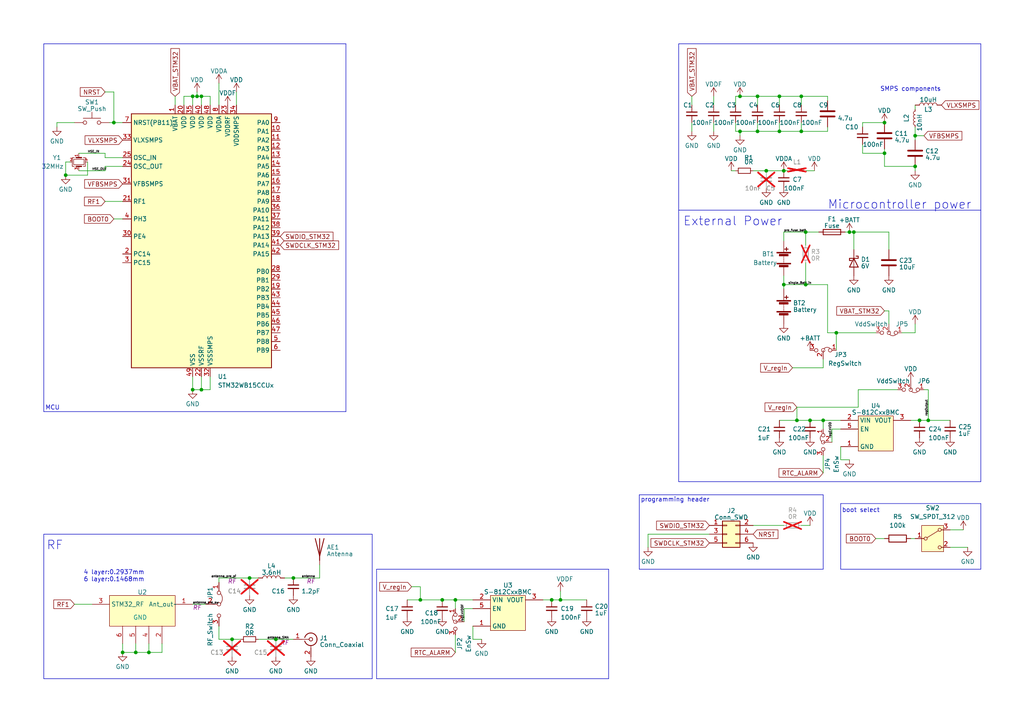
<source format=kicad_sch>
(kicad_sch (version 20231120) (generator "eeschema") (generator_version "8.0")
  (paper "A4")
  (lib_symbols
    (symbol "Connector:Conn_Coaxial" (pin_names (offset 1.016) hide)
      (property "Reference" "J" (at 0.254 3.048 0))
      (property "Value" "Conn_Coaxial" (at 2.921 0 90))
      (symbol "Conn_Coaxial_1_1"
        (pin passive line (at -5.08 0 0) (length 2.54) (name "In") (number "1"))
        (pin passive line (at 0 -5.08 90) (length 2.54) (name "Ext") (number "2"))
      )
    )
    (symbol "Connector_Generic:Conn_02x03_Odd_Even" (pin_names (offset 1.016) hide)
      (property "Reference" "J" (at 1.27 5.08 0))
      (property "Value" "Conn_02x03_Odd_Even" (at 1.27 -5.08 0))
      (symbol "Conn_02x03_Odd_Even_1_1"
        (pin passive line (at -5.08 2.54 0) (length 3.81) (name "Pin_1") (number "1"))
        (pin passive line (at 7.62 2.54 180) (length 3.81) (name "Pin_2") (number "2"))
        (pin passive line (at -5.08 0 0) (length 3.81) (name "Pin_3") (number "3"))
        (pin passive line (at 7.62 0 180) (length 3.81) (name "Pin_4") (number "4"))
        (pin passive line (at -5.08 -2.54 0) (length 3.81) (name "Pin_5") (number "5"))
        (pin passive line (at 7.62 -2.54 180) (length 3.81) (name "Pin_6") (number "6"))
      )
    )
    (symbol "Device:Antenna" (pin_numbers hide) (pin_names (offset 1.016) hide)
      (property "Reference" "AE" (at -1.905 1.905 0))
      (property "Value" "Antenna" (at -1.905 0 0))
      (symbol "Antenna_1_1"
        (pin input line (at 0 -5.08 90) (length 2.54) (name "A") (number "1"))
      )
    )
    (symbol "Device:Battery" (pin_numbers hide) (pin_names (offset 0) hide)
      (property "Reference" "BT" (at 2.54 2.54 0))
      (property "Value" "Battery" (at 2.54 0 0))
      (symbol "Battery_1_1"
        (pin passive line (at 0 5.08 270) (length 2.54) (name "+") (number "1"))
        (pin passive line (at 0 -5.08 90) (length 2.54) (name "-") (number "2"))
      )
    )
    (symbol "Device:C" (pin_numbers hide) (pin_names (offset 0.254))
      (property "Reference" "C" (at 0.635 2.54 0))
      (property "Value" "C" (at 0.635 -2.54 0))
      (symbol "C_1_1"
        (pin passive line (at 0 3.81 270) (length 2.794) (name "~") (number "1"))
        (pin passive line (at 0 -3.81 90) (length 2.794) (name "~") (number "2"))
      )
    )
    (symbol "Device:C_Small" (pin_numbers hide) (pin_names (offset 0.254) hide)
      (property "Reference" "C" (at 0.254 1.778 0))
      (property "Value" "C_Small" (at 0.254 -2.032 0))
      (symbol "C_Small_1_1"
        (pin passive line (at 0 2.54 270) (length 2.032) (name "~") (number "1"))
        (pin passive line (at 0 -2.54 90) (length 2.032) (name "~") (number "2"))
      )
    )
    (symbol "Device:Crystal_GND24_Small" (pin_names (offset 1.016) hide)
      (property "Reference" "Y" (at 1.27 4.445 0))
      (property "Value" "Crystal_GND24_Small" (at 1.27 2.54 0))
      (symbol "Crystal_GND24_Small_1_1"
        (pin passive line (at -2.54 0 0) (length 1.27) (name "1") (number "1"))
        (pin passive line (at 0 -2.54 90) (length 0.635) (name "2") (number "2"))
        (pin passive line (at 2.54 0 180) (length 1.27) (name "3") (number "3"))
        (pin passive line (at 0 2.54 270) (length 0.635) (name "4") (number "4"))
      )
    )
    (symbol "Device:D_Schottky" (pin_numbers hide) (pin_names (offset 1.016) hide)
      (property "Reference" "D" (at 0 2.54 0))
      (property "Value" "D_Schottky" (at 0 -2.54 0))
      (symbol "D_Schottky_1_1"
        (pin passive line (at -3.81 0 0) (length 2.54) (name "K") (number "1"))
        (pin passive line (at 3.81 0 180) (length 2.54) (name "A") (number "2"))
      )
    )
    (symbol "Device:Fuse" (pin_numbers hide) (pin_names (offset 0))
      (property "Reference" "F" (at 2.032 0 90))
      (property "Value" "Fuse" (at -1.905 0 90))
      (symbol "Fuse_1_1"
        (pin passive line (at 0 3.81 270) (length 1.27) (name "~") (number "1"))
        (pin passive line (at 0 -3.81 90) (length 1.27) (name "~") (number "2"))
      )
    )
    (symbol "Device:L" (pin_numbers hide) (pin_names (offset 1.016) hide)
      (property "Reference" "L" (at -1.27 0 90))
      (property "Value" "L" (at 1.905 0 90))
      (symbol "L_1_1"
        (pin passive line (at 0 3.81 270) (length 1.27) (name "1") (number "1"))
        (pin passive line (at 0 -3.81 90) (length 1.27) (name "2") (number "2"))
      )
    )
    (symbol "Device:L_Small" (pin_numbers hide) (pin_names (offset 0.254) hide)
      (property "Reference" "L" (at 0.762 1.016 0))
      (property "Value" "L_Small" (at 0.762 -1.016 0))
      (symbol "L_Small_1_1"
        (pin passive line (at 0 2.54 270) (length 0.508) (name "~") (number "1"))
        (pin passive line (at 0 -2.54 90) (length 0.508) (name "~") (number "2"))
      )
    )
    (symbol "Device:R" (pin_numbers hide) (pin_names (offset 0))
      (property "Reference" "R" (at 2.032 0 90))
      (property "Value" "R" (at 0 0 90))
      (symbol "R_1_1"
        (pin passive line (at 0 3.81 270) (length 1.27) (name "~") (number "1"))
        (pin passive line (at 0 -3.81 90) (length 1.27) (name "~") (number "2"))
      )
    )
    (symbol "Device:R_Small" (pin_numbers hide) (pin_names (offset 0.254) hide)
      (property "Reference" "R" (at 0.762 0.508 0))
      (property "Value" "R_Small" (at 0.762 -1.016 0))
      (symbol "R_Small_1_1"
        (pin passive line (at 0 2.54 270) (length 0.762) (name "~") (number "1"))
        (pin passive line (at 0 -2.54 90) (length 0.762) (name "~") (number "2"))
      )
    )
    (symbol "Jumper:Jumper_3_Bridged12" (pin_names (offset 0) hide)
      (property "Reference" "JP" (at -2.54 -2.54 0))
      (property "Value" "Jumper_3_Bridged12" (at 0 2.794 0))
      (symbol "Jumper_3_Bridged12_1_1"
        (pin passive line (at -6.35 0 0) (length 2.54) (name "A") (number "1"))
        (pin passive line (at 0 -3.81 90) (length 2.54) (name "C") (number "2"))
        (pin passive line (at 6.35 0 180) (length 2.54) (name "B") (number "3"))
      )
    )
    (symbol "MCU_ST_STM32WB:STM32WB15CCUx"
      (property "Reference" "U" (at -20.32 39.37 0))
      (property "Value" "STM32WB15CCUx" (at 12.7 39.37 0))
      (symbol "STM32WB15CCUx_1_1"
        (pin power_in line (at -7.62 40.64 270) (length 2.54) (name "VBAT") (number "1"))
        (pin bidirectional line (at 22.86 33.02 180) (length 2.54) (name "PA1") (number "10"))
        (pin bidirectional line (at 22.86 30.48 180) (length 2.54) (name "PA2") (number "11"))
        (pin bidirectional line (at 22.86 27.94 180) (length 2.54) (name "PA3") (number "12"))
        (pin bidirectional line (at 22.86 25.4 180) (length 2.54) (name "PA4") (number "13"))
        (pin bidirectional line (at 22.86 22.86 180) (length 2.54) (name "PA5") (number "14"))
        (pin bidirectional line (at 22.86 20.32 180) (length 2.54) (name "PA6") (number "15"))
        (pin bidirectional line (at 22.86 17.78 180) (length 2.54) (name "PA7") (number "16"))
        (pin bidirectional line (at 22.86 15.24 180) (length 2.54) (name "PA8") (number "17"))
        (pin bidirectional line (at 22.86 12.7 180) (length 2.54) (name "PA9") (number "18"))
        (pin bidirectional line (at 22.86 -12.7 180) (length 2.54) (name "PB2") (number "19"))
        (pin bidirectional line (at -22.86 -2.54 0) (length 2.54) (name "PC14") (number "2"))
        (pin power_in line (at -5.08 40.64 270) (length 2.54) (name "VDD") (number "20"))
        (pin bidirectional line (at -22.86 12.7 0) (length 2.54) (name "RF1") (number "21"))
        (pin power_in line (at 0 -38.1 90) (length 2.54) (name "VSSRF") (number "22"))
        (pin power_in line (at 7.62 40.64 270) (length 2.54) (name "VDDRF") (number "23"))
        (pin input line (at -22.86 22.86 0) (length 2.54) (name "OSC_OUT") (number "24"))
        (pin input line (at -22.86 25.4 0) (length 2.54) (name "OSC_IN") (number "25"))
        (pin no_connect line (at -20.32 -35.56 0) (length 2.54) hide (name "AT0") (number "26"))
        (pin no_connect line (at -20.32 -33.02 0) (length 2.54) hide (name "AT1") (number "27"))
        (pin bidirectional line (at 22.86 -7.62 180) (length 2.54) (name "PB0") (number "28"))
        (pin bidirectional line (at 22.86 -10.16 180) (length 2.54) (name "PB1") (number "29"))
        (pin bidirectional line (at -22.86 -5.08 0) (length 2.54) (name "PC15") (number "3"))
        (pin bidirectional line (at -22.86 2.54 0) (length 2.54) (name "PE4") (number "30"))
        (pin input line (at -22.86 17.78 0) (length 2.54) (name "VFBSMPS") (number "31"))
        (pin power_in line (at 2.54 -38.1 90) (length 2.54) (name "VSSSMPS") (number "32"))
        (pin power_in line (at -22.86 30.48 0) (length 2.54) (name "VLXSMPS") (number "33"))
        (pin power_in line (at 10.16 40.64 270) (length 2.54) (name "VDDSMPS") (number "34"))
        (pin power_in line (at -2.54 40.64 270) (length 2.54) (name "VDD") (number "35"))
        (pin bidirectional line (at 22.86 10.16 180) (length 2.54) (name "PA10") (number "36"))
        (pin bidirectional line (at 22.86 7.62 180) (length 2.54) (name "PA11") (number "37"))
        (pin bidirectional line (at 22.86 5.08 180) (length 2.54) (name "PA12") (number "38"))
        (pin bidirectional line (at 22.86 2.54 180) (length 2.54) (name "PA13") (number "39"))
        (pin bidirectional line (at -22.86 7.62 0) (length 2.54) (name "PH3") (number "4"))
        (pin power_in line (at 0 40.64 270) (length 2.54) (name "VDD") (number "40"))
        (pin bidirectional line (at 22.86 0 180) (length 2.54) (name "PA14") (number "41"))
        (pin bidirectional line (at 22.86 -2.54 180) (length 2.54) (name "PA15") (number "42"))
        (pin bidirectional line (at 22.86 -15.24 180) (length 2.54) (name "PB3") (number "43"))
        (pin bidirectional line (at 22.86 -17.78 180) (length 2.54) (name "PB4") (number "44"))
        (pin bidirectional line (at 22.86 -20.32 180) (length 2.54) (name "PB5") (number "45"))
        (pin bidirectional line (at 22.86 -22.86 180) (length 2.54) (name "PB6") (number "46"))
        (pin bidirectional line (at 22.86 -25.4 180) (length 2.54) (name "PB7") (number "47"))
        (pin power_in line (at 2.54 40.64 270) (length 2.54) (name "VDD") (number "48"))
        (pin power_in line (at -2.54 -38.1 90) (length 2.54) (name "VSS") (number "49"))
        (pin bidirectional line (at 22.86 -27.94 180) (length 2.54) (name "PB8") (number "5"))
        (pin bidirectional line (at 22.86 -30.48 180) (length 2.54) (name "PB9") (number "6"))
        (pin input line (at -22.86 35.56 0) (length 2.54) (name "NRST(PB11)") (number "7"))
        (pin power_in line (at 5.08 40.64 270) (length 2.54) (name "VDDA") (number "8"))
        (pin bidirectional line (at 22.86 35.56 180) (length 2.54) (name "PA0") (number "9"))
      )
    )
    (symbol "Misc Comps:Jumper_3_Bridged12_small" (pin_names (offset 0) hide)
      (property "Reference" "JP" (at -2.54 -2.54 0))
      (property "Value" "Jumper_3_Bridged12_small" (at 0 2.794 0))
      (symbol "Jumper_3_Bridged12_small_1_1"
        (pin passive line (at -3.81 0 0) (length 1.27) (name "A") (number "1"))
        (pin passive line (at 0 -2.54 90) (length 2.54) (name "C") (number "2"))
        (pin passive line (at 3.81 0 180) (length 1.27) (name "B") (number "3"))
      )
    )
    (symbol "Misc Comps:MLPF-WB55"
      (property "Reference" "U" (at -8.89 3.81 0))
      (symbol "MLPF-WB55_1_1"
        (text "GND" (at -10.16 -3.81 0) (effects (font (size 1.27 1.27))))
        (pin input line (at 5.08 0 180) (length 5.08) (name "Ant_out") (number "1"))
        (pin input line (at -3.81 -11.43 90) (length 5.08) (name "") (number "2"))
        (pin input line (at -24.13 0 0) (length 5.08) (name "STM32_RF") (number "3"))
        (pin input line (at -7.62 -11.43 90) (length 5.08) (name "") (number "4"))
        (pin input line (at -11.43 -11.43 90) (length 5.08) (name "") (number "5"))
        (pin input line (at -15.24 -11.43 90) (length 5.08) (name "") (number "6"))
      )
    )
    (symbol "Misc Comps:S-812CxxBMC"
      (property "Reference" "U" (at 0 10.16 0))
      (property "Value" "S-812CxxBMC" (at 0 7.62 0))
      (symbol "S-812CxxBMC_1_1"
        (pin input line (at -10.16 -2.54 0) (length 5.08) (name "GND") (number "1"))
        (pin no_connect line (at 0 -7.62 90) (length 5.08) hide (name "NC") (number "1"))
        (pin input line (at -10.16 5.08 0) (length 5.08) (name "VIN") (number "2"))
        (pin input line (at 10.16 5.08 180) (length 5.08) (name "VOUT") (number "3"))
        (pin input line (at -10.16 2.54 0) (length 5.08) (name "EN") (number "5"))
      )
    )
    (symbol "Switch:SW_Push" (pin_numbers hide) (pin_names (offset 1.016) hide)
      (property "Reference" "SW" (at 1.27 2.54 0))
      (property "Value" "SW_Push" (at 0 -1.524 0))
      (symbol "SW_Push_0_1"
        (pin passive line (at -5.08 0 0) (length 2.54) (name "1") (number "1"))
        (pin passive line (at 5.08 0 180) (length 2.54) (name "2") (number "2"))
      )
    )
    (symbol "Switch:SW_SPDT_312" (pin_names (offset 1) hide)
      (property "Reference" "SW" (at 0 5.08 0))
      (property "Value" "SW_SPDT_312" (at 0 -5.08 0))
      (symbol "SW_SPDT_312_1_1"
        (pin passive line (at -5.08 0 0) (length 2.54) (name "B") (number "1"))
        (pin passive line (at 5.08 -2.54 180) (length 2.54) (name "C") (number "2"))
        (pin passive line (at 5.08 2.54 180) (length 2.54) (name "A") (number "3"))
      )
    )
    (symbol "power:+BATT" (power) (pin_names (offset 0))
      (property "Value" "+BATT" (at 0 3.556 0))
      (symbol "+BATT_1_1"
        (pin power_in line (at 0 0 90) (length 0) hide (name "+BATT") (number "1"))
      )
    )
    (symbol "power:GND" (power) (pin_names (offset 0))
      (property "Value" "GND" (at 0 -3.81 0))
      (symbol "GND_1_1"
        (pin power_in line (at 0 0 270) (length 0) hide (name "GND") (number "1"))
      )
    )
    (symbol "power:VDD" (power) (pin_names (offset 0))
      (property "Value" "VDD" (at 0 3.81 0))
      (symbol "VDD_1_1"
        (pin power_in line (at 0 0 90) (length 0) hide (name "VDD") (number "1"))
      )
    )
    (symbol "power:VDDA" (power) (pin_names (offset 0))
      (property "Value" "VDDA" (at 0 3.81 0))
      (symbol "VDDA_1_1"
        (pin power_in line (at 0 0 90) (length 0) hide (name "VDDA") (number "1"))
      )
    )
    (symbol "power:VDDF" (power) (pin_names (offset 0))
      (property "Value" "VDDF" (at 0 3.81 0))
      (symbol "VDDF_1_1"
        (pin power_in line (at 0 0 90) (length 0) hide (name "VDDF") (number "1"))
      )
    )
  )
  (junction (at 265.43 48.26))
  (junction (at 58.42 113.03))
  (junction (at 219.71 27.94))
  (junction (at 232.41 38.1))
  (junction (at 160.02 173.99))
  (junction (at 57.15 27.94))
  (junction (at 55.88 27.94))
  (junction (at 232.41 27.94))
  (junction (at 58.42 27.94))
  (junction (at 256.54 35.56))
  (junction (at 214.63 38.1))
  (junction (at 269.24 121.92))
  (junction (at 247.65 67.31))
  (junction (at 85.09 167.64))
  (junction (at 242.57 96.52))
  (junction (at 231.14 121.92))
  (junction (at 256.54 44.45))
  (junction (at 132.08 173.99))
  (junction (at 226.06 38.1))
  (junction (at 246.38 67.31))
  (junction (at 234.95 121.92))
  (junction (at 227.33 49.53))
  (junction (at 233.68 67.31))
  (junction (at 226.06 27.94))
  (junction (at 128.27 173.99))
  (junction (at 43.18 189.23))
  (junction (at 55.88 113.03))
  (junction (at 219.71 38.1))
  (junction (at 222.25 49.53))
  (junction (at 80.01 185.42))
  (junction (at 214.63 27.94))
  (junction (at 238.76 121.92))
  (junction (at 72.39 167.64))
  (junction (at 33.02 35.56))
  (junction (at 67.31 185.42))
  (junction (at 162.56 173.99))
  (junction (at 233.68 82.55))
  (junction (at 35.56 189.23))
  (junction (at 39.37 189.23))
  (junction (at 265.43 39.37))
  (junction (at 121.92 173.99))
  (junction (at 266.7 121.92))
  (junction (at 227.33 82.55))
  (junction (at 19.05 50.8))
  (wire (pts (xy 226.06 121.92) (xy 231.14 121.92)))
  (wire (pts (xy 257.81 67.31) (xy 257.81 72.39)))
  (wire (pts (xy 265.43 39.37) (xy 267.97 39.37)))
  (wire (pts (xy 264.16 156.21) (xy 265.43 156.21)))
  (wire (pts (xy 157.48 173.99) (xy 160.02 173.99)))
  (wire (pts (xy 241.3 124.46) (xy 243.84 124.46)))
  (wire (pts (xy 132.08 173.99) (xy 132.08 176.53)))
  (wire (pts (xy 43.18 189.23) (xy 39.37 189.23)))
  (polyline (pts (xy 100.33 119.38) (xy 100.33 12.7)))
  (polyline (pts (xy 185.42 143.51) (xy 238.76 143.51)))
  (wire (pts (xy 233.68 82.55) (xy 240.03 82.55)))
  (wire (pts (xy 265.43 48.26) (xy 265.43 49.53)))
  (wire (pts (xy 238.76 132.08) (xy 238.76 137.16)))
  (wire (pts (xy 43.18 186.69) (xy 43.18 189.23)))
  (polyline (pts (xy 284.48 60.96) (xy 196.85 60.96)))
  (wire (pts (xy 63.5 24.13) (xy 63.5 30.48)))
  (wire (pts (xy 232.41 27.94) (xy 240.03 27.94)))
  (wire (pts (xy 227.33 80.01) (xy 227.33 82.55)))
  (wire (pts (xy 39.37 186.69) (xy 39.37 189.23)))
  (wire (pts (xy 275.59 158.75) (xy 280.67 158.75)))
  (wire (pts (xy 269.24 113.03) (xy 267.97 113.03)))
  (polyline (pts (xy 196.85 12.7) (xy 284.48 12.7)))
  (wire (pts (xy 160.02 173.99) (xy 162.56 173.99)))
  (wire (pts (xy 250.19 36.83) (xy 250.19 35.56)))
  (polyline (pts (xy 176.53 196.85) (xy 176.53 165.1)))
  (wire (pts (xy 57.15 26.67) (xy 57.15 27.94)))
  (wire (pts (xy 243.84 133.35) (xy 246.38 133.35)))
  (wire (pts (xy 265.43 31.75) (xy 265.43 30.48)))
  (wire (pts (xy 242.57 96.52) (xy 242.57 101.6)))
  (wire (pts (xy 264.16 121.92) (xy 266.7 121.92)))
  (wire (pts (xy 241.3 128.27) (xy 241.3 124.46)))
  (wire (pts (xy 214.63 38.1) (xy 219.71 38.1)))
  (polyline (pts (xy 12.7 154.94) (xy 107.95 154.94)))
  (wire (pts (xy 60.96 27.94) (xy 58.42 27.94)))
  (wire (pts (xy 200.66 30.48) (xy 200.66 27.94)))
  (polyline (pts (xy 196.85 60.96) (xy 196.85 12.7)))
  (wire (pts (xy 55.88 27.94) (xy 57.15 27.94)))
  (wire (pts (xy 82.55 167.64) (xy 85.09 167.64)))
  (wire (pts (xy 248.92 118.11) (xy 248.92 113.03)))
  (wire (pts (xy 35.56 45.72) (xy 30.48 45.72)))
  (wire (pts (xy 63.5 167.64) (xy 63.5 168.91)))
  (wire (pts (xy 232.41 152.4) (xy 234.95 152.4)))
  (wire (pts (xy 212.09 49.53) (xy 213.36 49.53)))
  (wire (pts (xy 265.43 48.26) (xy 256.54 48.26)))
  (wire (pts (xy 25.4 46.99) (xy 25.4 50.8)))
  (polyline (pts (xy 12.7 12.7) (xy 12.7 119.38)))
  (wire (pts (xy 254 156.21) (xy 256.54 156.21)))
  (wire (pts (xy 30.48 26.67) (xy 33.02 26.67)))
  (wire (pts (xy 265.43 39.37) (xy 265.43 40.64)))
  (wire (pts (xy 247.65 72.39) (xy 247.65 67.31)))
  (wire (pts (xy 227.33 67.31) (xy 233.68 67.31)))
  (wire (pts (xy 55.88 113.03) (xy 58.42 113.03)))
  (wire (pts (xy 240.03 96.52) (xy 242.57 96.52)))
  (polyline (pts (xy 284.48 12.7) (xy 284.48 60.96)))
  (wire (pts (xy 226.06 35.56) (xy 226.06 38.1)))
  (wire (pts (xy 30.48 48.26) (xy 35.56 48.26)))
  (wire (pts (xy 238.76 104.14) (xy 238.76 106.68)))
  (wire (pts (xy 187.96 154.94) (xy 187.96 158.75)))
  (wire (pts (xy 92.71 167.64) (xy 92.71 163.83)))
  (wire (pts (xy 72.39 167.64) (xy 74.93 167.64)))
  (wire (pts (xy 265.43 36.83) (xy 265.43 39.37)))
  (wire (pts (xy 58.42 109.22) (xy 58.42 113.03)))
  (wire (pts (xy 162.56 173.99) (xy 170.18 173.99)))
  (wire (pts (xy 207.01 27.94) (xy 207.01 30.48)))
  (wire (pts (xy 162.56 171.45) (xy 162.56 173.99)))
  (wire (pts (xy 85.09 167.64) (xy 92.71 167.64)))
  (wire (pts (xy 232.41 38.1) (xy 240.03 38.1)))
  (wire (pts (xy 218.44 49.53) (xy 222.25 49.53)))
  (wire (pts (xy 35.56 186.69) (xy 35.56 189.23)))
  (wire (pts (xy 132.08 173.99) (xy 137.16 173.99)))
  (wire (pts (xy 247.65 67.31) (xy 257.81 67.31)))
  (wire (pts (xy 74.93 185.42) (xy 80.01 185.42)))
  (wire (pts (xy 232.41 27.94) (xy 232.41 30.48)))
  (wire (pts (xy 232.41 35.56) (xy 232.41 38.1)))
  (wire (pts (xy 240.03 82.55) (xy 240.03 96.52)))
  (wire (pts (xy 19.05 46.99) (xy 20.32 46.99)))
  (wire (pts (xy 30.48 58.42) (xy 35.56 58.42)))
  (wire (pts (xy 35.56 189.23) (xy 39.37 189.23)))
  (wire (pts (xy 229.87 106.68) (xy 238.76 106.68)))
  (wire (pts (xy 226.06 27.94) (xy 232.41 27.94)))
  (wire (pts (xy 200.66 35.56) (xy 200.66 38.1)))
  (wire (pts (xy 250.19 35.56) (xy 256.54 35.56)))
  (wire (pts (xy 226.06 27.94) (xy 226.06 30.48)))
  (wire (pts (xy 63.5 181.61) (xy 63.5 185.42)))
  (wire (pts (xy 207.01 35.56) (xy 207.01 38.1)))
  (wire (pts (xy 233.68 67.31) (xy 233.68 71.12)))
  (polyline (pts (xy 109.22 165.1) (xy 109.22 196.85)))
  (wire (pts (xy 68.58 26.67) (xy 68.58 30.48)))
  (wire (pts (xy 266.7 121.92) (xy 269.24 121.92)))
  (wire (pts (xy 219.71 27.94) (xy 219.71 30.48)))
  (polyline (pts (xy 107.95 154.94) (xy 107.95 196.85)))
  (polyline (pts (xy 243.84 165.1) (xy 243.84 146.05)))
  (wire (pts (xy 137.16 181.61) (xy 137.16 185.42)))
  (wire (pts (xy 257.81 90.17) (xy 256.54 90.17)))
  (wire (pts (xy 134.62 176.53) (xy 137.16 176.53)))
  (wire (pts (xy 243.84 129.54) (xy 243.84 133.35)))
  (wire (pts (xy 121.92 170.18) (xy 121.92 173.99)))
  (wire (pts (xy 214.63 38.1) (xy 214.63 39.37)))
  (wire (pts (xy 269.24 121.92) (xy 275.59 121.92)))
  (wire (pts (xy 218.44 152.4) (xy 227.33 152.4)))
  (wire (pts (xy 256.54 48.26) (xy 256.54 44.45)))
  (wire (pts (xy 60.96 30.48) (xy 60.96 27.94)))
  (wire (pts (xy 128.27 173.99) (xy 132.08 173.99)))
  (wire (pts (xy 234.95 121.92) (xy 238.76 121.92)))
  (wire (pts (xy 33.02 26.67) (xy 33.02 35.56)))
  (wire (pts (xy 227.33 69.85) (xy 227.33 67.31)))
  (wire (pts (xy 265.43 96.52) (xy 265.43 93.98)))
  (wire (pts (xy 219.71 38.1) (xy 226.06 38.1)))
  (wire (pts (xy 55.88 109.22) (xy 55.88 113.03)))
  (wire (pts (xy 233.68 49.53) (xy 236.22 49.53)))
  (wire (pts (xy 30.48 49.53) (xy 30.48 48.26)))
  (wire (pts (xy 21.59 35.56) (xy 16.51 35.56)))
  (wire (pts (xy 60.96 113.03) (xy 60.96 109.22)))
  (polyline (pts (xy 284.48 139.7) (xy 284.48 60.96)))
  (wire (pts (xy 246.38 67.31) (xy 247.65 67.31)))
  (wire (pts (xy 63.5 185.42) (xy 67.31 185.42)))
  (wire (pts (xy 245.11 67.31) (xy 246.38 67.31)))
  (wire (pts (xy 134.62 180.34) (xy 134.62 176.53)))
  (wire (pts (xy 256.54 44.45) (xy 256.54 43.18)))
  (wire (pts (xy 132.08 184.15) (xy 132.08 189.23)))
  (wire (pts (xy 213.36 27.94) (xy 214.63 27.94)))
  (wire (pts (xy 58.42 113.03) (xy 60.96 113.03)))
  (wire (pts (xy 16.51 35.56) (xy 16.51 36.83)))
  (wire (pts (xy 238.76 121.92) (xy 238.76 124.46)))
  (wire (pts (xy 119.38 170.18) (xy 121.92 170.18)))
  (wire (pts (xy 118.11 173.99) (xy 121.92 173.99)))
  (polyline (pts (xy 238.76 143.51) (xy 238.76 165.1)))
  (wire (pts (xy 55.88 175.26) (xy 59.69 175.26)))
  (wire (pts (xy 240.03 27.94) (xy 240.03 29.21)))
  (polyline (pts (xy 185.42 165.1) (xy 185.42 143.51)))
  (wire (pts (xy 25.4 50.8) (xy 19.05 50.8)))
  (wire (pts (xy 213.36 35.56) (xy 213.36 38.1)))
  (wire (pts (xy 21.59 175.26) (xy 26.67 175.26)) (stroke (width 0.1468)))
  (wire (pts (xy 240.03 38.1) (xy 240.03 36.83)))
  (wire (pts (xy 250.19 41.91) (xy 250.19 44.45)))
  (wire (pts (xy 57.15 27.94) (xy 58.42 27.94)))
  (wire (pts (xy 231.14 118.11) (xy 231.14 121.92)))
  (wire (pts (xy 222.25 49.53) (xy 227.33 49.53)))
  (wire (pts (xy 55.88 27.94) (xy 55.88 30.48)))
  (wire (pts (xy 46.99 189.23) (xy 43.18 189.23)))
  (wire (pts (xy 213.36 38.1) (xy 214.63 38.1)))
  (polyline (pts (xy 12.7 12.7) (xy 100.33 12.7)))
  (wire (pts (xy 213.36 30.48) (xy 213.36 27.94)))
  (wire (pts (xy 205.74 154.94) (xy 187.96 154.94)))
  (wire (pts (xy 30.48 44.45) (xy 22.86 44.45)))
  (polyline (pts (xy 109.22 196.85) (xy 176.53 196.85)))
  (wire (pts (xy 227.33 49.53) (xy 228.6 49.53)))
  (wire (pts (xy 248.92 113.03) (xy 260.35 113.03)))
  (wire (pts (xy 231.14 121.92) (xy 234.95 121.92)))
  (wire (pts (xy 219.71 35.56) (xy 219.71 38.1)))
  (wire (pts (xy 80.01 185.42) (xy 85.09 185.42)))
  (wire (pts (xy 233.68 67.31) (xy 237.49 67.31)))
  (wire (pts (xy 50.8 27.94) (xy 50.8 30.48)))
  (wire (pts (xy 67.31 185.42) (xy 69.85 185.42)))
  (wire (pts (xy 63.5 167.64) (xy 72.39 167.64)))
  (wire (pts (xy 33.02 35.56) (xy 35.56 35.56)))
  (wire (pts (xy 227.33 82.55) (xy 233.68 82.55)))
  (wire (pts (xy 242.57 96.52) (xy 254 96.52)))
  (wire (pts (xy 231.14 118.11) (xy 248.92 118.11)))
  (polyline (pts (xy 284.48 165.1) (xy 243.84 165.1)))
  (wire (pts (xy 227.33 83.82) (xy 227.33 82.55)))
  (polyline (pts (xy 243.84 146.05) (xy 284.48 146.05)))
  (wire (pts (xy 219.71 27.94) (xy 226.06 27.94)))
  (wire (pts (xy 31.75 35.56) (xy 33.02 35.56)))
  (wire (pts (xy 137.16 185.42) (xy 139.7 185.42)))
  (wire (pts (xy 33.02 63.5) (xy 35.56 63.5)))
  (polyline (pts (xy 12.7 119.38) (xy 100.33 119.38)))
  (wire (pts (xy 257.81 93.98) (xy 257.81 90.17)))
  (wire (pts (xy 250.19 44.45) (xy 256.54 44.45)))
  (polyline (pts (xy 238.76 165.1) (xy 185.42 165.1)))
  (wire (pts (xy 55.88 27.94) (xy 53.34 27.94)))
  (wire (pts (xy 269.24 121.92) (xy 269.24 113.03)))
  (polyline (pts (xy 107.95 196.85) (xy 12.7 196.85)))
  (wire (pts (xy 275.59 153.67) (xy 279.4 153.67)))
  (wire (pts (xy 53.34 27.94) (xy 53.34 30.48)))
  (wire (pts (xy 121.92 173.99) (xy 128.27 173.99)))
  (wire (pts (xy 238.76 121.92) (xy 243.84 121.92)))
  (polyline (pts (xy 284.48 146.05) (xy 284.48 165.1)))
  (wire (pts (xy 30.48 45.72) (xy 30.48 44.45)))
  (wire (pts (xy 58.42 27.94) (xy 58.42 30.48)))
  (polyline (pts (xy 12.7 154.94) (xy 12.7 196.85)))
  (wire (pts (xy 22.86 49.53) (xy 30.48 49.53)))
  (polyline (pts (xy 109.22 165.1) (xy 176.53 165.1)))
  (polyline (pts (xy 196.85 139.7) (xy 284.48 139.7)))
  (wire (pts (xy 19.05 50.8) (xy 19.05 46.99)))
  (wire (pts (xy 214.63 27.94) (xy 219.71 27.94)))
  (wire (pts (xy 226.06 38.1) (xy 232.41 38.1)))
  (wire (pts (xy 46.99 186.69) (xy 46.99 189.23)))
  (polyline (pts (xy 196.85 60.96) (xy 196.85 139.7)))
  (wire (pts (xy 233.68 76.2) (xy 233.68 82.55)))
  (wire (pts (xy 261.62 96.52) (xy 265.43 96.52)))
  (text "RF" (at 13.462 159.766 0) (effects (font (size 2.54 2.54)) (justify left bottom)))
  (text "SMPS components" (at 255.27 26.67 0) (effects (font (size 1.27 1.27)) (justify left bottom)))
  (text "programming header\n" (at 195.834 145.034 0) (effects (font (size 1.27 1.27))))
  (text "4 layer:0.2937mm\n6 layer:0.1468mm" (at 41.91 168.91 0) (effects (font (size 1.27 1.27)) (justify right bottom)))
  (text "External Power" (at 198.12 65.786 0) (effects (font (size 2.54 2.54)) (justify left bottom)))
  (text "boot select\n" (at 249.682 148.082 0) (effects (font (size 1.27 1.27))))
  (text "Microcontroller power" (at 240.03 60.96 0) (effects (font (size 2.54 2.54)) (justify left bottom)))
  (text "MCU\n" (at 15.24 118.364 0) (effects (font (size 1.27 1.27))))
  (label "regEnVDD" (at 241.3 127 90) (effects (font (size 0.635 0.635))))
  (label "single_Batt_in" (at 228.6 82.55 0) (effects (font (size 0.635 0.635))))
  (label "regOutput" (at 269.24 120.65 90) (effects (font (size 0.635 0.635))))
  (label "HSE_OUT" (at 26.67 49.53 0) (effects (font (size 0.635 0.635))))
  (label "pre_fuse_batt" (at 227.33 67.31 0) (effects (font (size 0.635 0.635))))
  (label "antenna_pre_pi" (at 68.58 167.64 180) (effects (font (size 0.635 0.635))) (property "Netclass" "RF" (at 68.58 168.5925 0) (effects (font (italic yes)) (justify right))))
  (label "antenna" (at 91.44 167.64 180) (effects (font (size 0.635 0.635))) (property "Netclass" "RF" (at 91.44 168.5925 0) (effects (font (italic yes)) (justify right))))
  (label "antenna_SMA" (at 83.82 185.42 180) (effects (font (size 0.635 0.635))) (property "Netclass" "RF" (at 83.82 186.3725 0) (effects (font (italic yes)) (justify right))))
  (label "antenna_pre_sw" (at 55.88 175.26 0) (effects (font (size 0.635 0.635))) (property "Netclass" "RF" (at 55.88 176.2125 0) (effects (font (italic yes)) (justify left))))
  (label "HSE_IN" (at 25.4 44.45 0) (effects (font (size 0.635 0.635))))
  (label "regEnVDDF" (at 134.62 180.34 90) (effects (font (size 0.635 0.635))))
  (global_label "SWDCLK_STM32" (shape input) (at 205.74 157.48 180) (property "Intersheetrefs" "${INTERSHEET_REFS}" (effects (hide yes))))
  (global_label "V_regIn" (shape input) (at 231.14 118.11 180) (property "Intersheetrefs" "${INTERSHEET_REFS}" (effects (hide yes))))
  (global_label "VLXSMPS" (shape input) (at 35.56 40.64 180) (property "Intersheetrefs" "${INTERSHEET_REFS}" (effects (hide yes))))
  (global_label "BOOT0" (shape input) (at 254 156.21 180) (property "Intersheetrefs" "${INTERSHEET_REFS}" (effects (hide yes))))
  (global_label "BOOT0" (shape input) (at 33.02 63.5 180) (property "Intersheetrefs" "${INTERSHEET_REFS}" (effects (hide yes))))
  (global_label "NRST" (shape input) (at 218.44 154.94 0) (property "Intersheetrefs" "${INTERSHEET_REFS}" (effects (hide yes))))
  (global_label "V_regIn" (shape input) (at 119.38 170.18 180) (property "Intersheetrefs" "${INTERSHEET_REFS}" (effects (hide yes))))
  (global_label "VBAT_STM32" (shape input) (at 256.54 90.17 180) (property "Intersheetrefs" "${INTERSHEET_REFS}" (effects (hide yes))))
  (global_label "SWDIO_STM32" (shape input) (at 205.74 152.4 180) (property "Intersheetrefs" "${INTERSHEET_REFS}" (effects (hide yes))))
  (global_label "RTC_ALARM" (shape input) (at 238.76 137.16 180) (property "Intersheetrefs" "${INTERSHEET_REFS}" (effects (hide yes))))
  (global_label "RF1" (shape input) (at 30.48 58.42 180) (property "Intersheetrefs" "${INTERSHEET_REFS}" (effects (hide yes))))
  (global_label "VFBSMPS" (shape input) (at 267.97 39.37 0) (property "Intersheetrefs" "${INTERSHEET_REFS}" (effects (hide yes))))
  (global_label "RF1" (shape input) (at 21.59 175.26 180) (property "Intersheetrefs" "${INTERSHEET_REFS}" (effects (hide yes))) (property "Netclass" "RF" (effects (hide yes))))
  (global_label "VBAT_STM32" (shape input) (at 50.8 27.94 90) (property "Intersheetrefs" "${INTERSHEET_REFS}" (effects (hide yes))))
  (global_label "NRST" (shape input) (at 30.48 26.67 180) (property "Intersheetrefs" "${INTERSHEET_REFS}" (effects (hide yes))))
  (global_label "VLXSMPS" (shape input) (at 273.05 30.48 0) (property "Intersheetrefs" "${INTERSHEET_REFS}" (effects (hide yes))))
  (global_label "V_regIn" (shape input) (at 229.87 106.68 180) (property "Intersheetrefs" "${INTERSHEET_REFS}" (effects (hide yes))))
  (global_label "SWDCLK_STM32" (shape input) (at 81.28 71.12 0) (property "Intersheetrefs" "${INTERSHEET_REFS}" (effects (hide yes))))
  (global_label "VFBSMPS" (shape input) (at 35.56 53.34 180) (property "Intersheetrefs" "${INTERSHEET_REFS}" (effects (hide yes))))
  (global_label "VBAT_STM32" (shape input) (at 200.66 27.94 90) (property "Intersheetrefs" "${INTERSHEET_REFS}" (effects (hide yes))))
  (global_label "RTC_ALARM" (shape input) (at 132.08 189.23 180) (property "Intersheetrefs" "${INTERSHEET_REFS}" (effects (hide yes))))
  (global_label "SWDIO_STM32" (shape input) (at 81.28 68.58 0) (property "Intersheetrefs" "${INTERSHEET_REFS}" (effects (hide yes))))
  (symbol (lib_id "Switch:SW_Push") (at 26.67 35.56 0) (mirror y) (unit 1)
    (property "Reference" "SW1" (at 26.67 29.6291 0))
    (property "Value" "SW_Push" (at 26.67 31.5501 0))
    (property "Footprint" "Button_Switch_SMD:SW_SPST_B3U-3000P-B" (effects (hide yes)))
  )
  (symbol (lib_id "power:GND") (at 67.31 190.5 0) (unit 1)
    (property "Reference" "#PWR020" (effects (hide yes)))
    (property "Value" "GND" (at 67.31 194.6355 0))
  )
  (symbol (lib_id "power:GND") (at 214.63 39.37 0) (unit 1)
    (property "Reference" "#PWR06" (effects (hide yes)))
    (property "Value" "GND" (at 214.63 43.5055 0))
  )
  (symbol (lib_id "Device:C_Small") (at 219.71 33.02 0) (unit 1)
    (property "Reference" "C4" (at 217.17 30.48 0) (effects (justify left)))
    (property "Value" "100nF" (at 219.71 35.56 0) (effects (justify left)))
    (property "Footprint" "Capacitor_SMD:C_0402_1005Metric" (effects (hide yes)))
  )
  (symbol (lib_id "power:GND") (at 275.59 127 0) (unit 1)
    (property "Reference" "#PWR042" (effects (hide yes)))
    (property "Value" "GND" (at 275.59 131.1355 0))
  )
  (symbol (lib_id "power:GND") (at 187.96 158.75 0) (unit 1)
    (property "Reference" "#PWR043" (effects (hide yes)))
    (property "Value" "GND" (at 187.96 162.8855 0))
  )
  (symbol (lib_id "power:GND") (at 118.11 179.07 0) (unit 1)
    (property "Reference" "#PWR025" (effects (hide yes)))
    (property "Value" "GND" (at 118.11 183.2055 0))
  )
  (symbol (lib_id "Device:L") (at 78.74 167.64 90) (unit 1)
    (property "Reference" "L4" (at 78.74 164.1247 90))
    (property "Value" "3.6nH" (at 78.74 166.0457 90))
    (property "Footprint" "Inductor_SMD:L_0402_1005Metric" (effects (hide yes)))
    (property "Datasheet" "https://www.digikey.co.nz/en/products/detail/te-connectivity-passive-product/36501E3N6JTDG/2731263" (effects (hide yes)))
  )
  (symbol (lib_id "power:VDD") (at 264.16 110.49 0) (unit 1)
    (property "Reference" "#PWR039" (effects (hide yes)))
    (property "Value" "VDD" (at 264.16 106.9881 0))
  )
  (symbol (lib_id "Device:C_Small") (at 226.06 124.46 0) (unit 1)
    (property "Reference" "C21" (at 219.71 124.46 0) (effects (justify left)))
    (property "Value" "1uF" (at 219.71 127 0) (effects (justify left)))
    (property "Footprint" "Capacitor_SMD:C_0402_1005Metric" (effects (hide yes)))
  )
  (symbol (lib_id "Device:C_Small") (at 200.66 33.02 0) (unit 1)
    (property "Reference" "C1" (at 198.12 30.48 0) (effects (justify left)))
    (property "Value" "100nF" (at 200.66 35.56 0) (effects (justify left)))
    (property "Footprint" "Capacitor_SMD:C_0402_1005Metric" (effects (hide yes)))
  )
  (symbol (lib_id "power:VDD") (at 214.63 27.94 0) (unit 1)
    (property "Reference" "#PWR05" (effects (hide yes)))
    (property "Value" "VDD" (at 214.63 24.4381 0))
  )
  (symbol (lib_id "power:GND") (at 170.18 179.07 0) (unit 1)
    (property "Reference" "#PWR030" (effects (hide yes)))
    (property "Value" "GND" (at 170.18 183.2055 0))
  )
  (symbol (lib_id "Device:C_Small") (at 80.01 187.96 0) (unit 1) (dnp yes)
    (property "Reference" "C15" (at 73.66 189.23 0) (effects (justify left)))
    (property "Value" "C_Small" (effects (hide yes)))
    (property "Footprint" "Capacitor_SMD:C_0402_1005Metric" (effects (hide yes)))
  )
  (symbol (lib_id "Device:D_Schottky") (at 247.65 76.2 270) (unit 1)
    (property "Reference" "D1" (at 249.682 75.2388 90) (effects (justify left)))
    (property "Value" "6V" (at 249.682 77.1598 90) (effects (justify left)))
    (property "Footprint" "Diode_SMD:D_SOD-323" (effects (hide yes)))
    (property "Datasheet" "https://www.digikey.co.nz/en/products/detail/vishay-general-semiconductor-diodes-division/BZX85B2V7-TR/4828443" (effects (hide yes)))
  )
  (symbol (lib_id "power:GND") (at 139.7 185.42 0) (unit 1)
    (property "Reference" "#PWR027" (effects (hide yes)))
    (property "Value" "GND" (at 139.7 189.5555 0))
  )
  (symbol (lib_id "power:GND") (at 72.39 172.72 0) (unit 1)
    (property "Reference" "#PWR021" (effects (hide yes)))
    (property "Value" "GND" (at 72.39 176.8555 0))
  )
  (symbol (lib_id "Misc Comps:Jumper_3_Bridged12_small") (at 132.08 180.34 90) (mirror x) (unit 1)
    (property "Reference" "JP2" (at 133.35 186.69 0))
    (property "Value" "EnSw" (at 135.89 186.69 0))
    (property "Footprint" "misc comps:JUMPER3_R_0402_double" (effects (hide yes)))
  )
  (symbol (lib_id "Device:Fuse") (at 241.3 67.31 90) (unit 1)
    (property "Reference" "F1" (at 241.3 63.5381 90))
    (property "Value" "Fuse" (at 241.3 65.4591 90))
    (property "Footprint" "Fuse:Fuse_0603_1608Metric" (effects (hide yes)))
  )
  (symbol (lib_id "power:+BATT") (at 246.38 67.31 0) (unit 1)
    (property "Reference" "#PWR035" (effects (hide yes)))
    (property "Value" "+BATT" (at 246.38 63.8081 0))
  )
  (symbol (lib_id "power:VDDF") (at 207.01 27.94 0) (unit 1)
    (property "Reference" "#PWR02" (effects (hide yes)))
    (property "Value" "VDDF" (at 207.01 24.4381 0))
  )
  (symbol (lib_id "Device:C_Small") (at 266.7 124.46 0) (unit 1)
    (property "Reference" "C24" (at 269.24 124.46 0) (effects (justify left)))
    (property "Value" "100nF" (at 269.24 127 0) (effects (justify left)))
    (property "Footprint" "Capacitor_SMD:C_0402_1005Metric" (effects (hide yes)))
  )
  (symbol (lib_id "Device:L_Small") (at 265.43 34.29 180) (unit 1)
    (property "Reference" "L2" (at 262.89 33.02 90) (effects (justify left)))
    (property "Value" "10nH" (at 266.7 33.02 90) (effects (justify left)))
    (property "Footprint" "Inductor_SMD:L_0402_1005Metric" (effects (hide yes)))
    (property "Datasheet" "https://www.digikey.co.nz/en/products/detail/murata-electronics/LQW15AN10NG00D/2594843" (effects (hide yes)))
  )
  (symbol (lib_id "Switch:SW_SPDT_312") (at 270.51 156.21 0) (unit 1)
    (property "Reference" "SW2" (at 270.51 147.32 0))
    (property "Value" "SW_SPDT_312" (at 270.51 149.86 0))
    (property "Description" "Switch, single pole double throw" (effects (hide yes)))
  )
  (symbol (lib_id "power:GND") (at 16.51 36.83 0) (unit 1)
    (property "Reference" "#PWR017" (effects (hide yes)))
    (property "Value" "GND" (at 16.51 40.9655 0))
  )
  (symbol (lib_id "Device:C_Small") (at 85.09 170.18 0) (unit 1)
    (property "Reference" "C16" (at 78.74 171.45 0) (effects (justify left)))
    (property "Value" "1.2pF" (at 87.4141 171.4636 0) (effects (justify left)))
    (property "Footprint" "Capacitor_SMD:C_0402_1005Metric" (effects (hide yes)))
  )
  (symbol (lib_id "Device:C_Small") (at 213.36 33.02 0) (unit 1)
    (property "Reference" "C3" (at 210.82 30.48 0) (effects (justify left)))
    (property "Value" "100nF" (at 213.36 35.56 0) (effects (justify left)))
    (property "Footprint" "Capacitor_SMD:C_0402_1005Metric" (effects (hide yes)))
  )
  (symbol (lib_name "Misc Comps:S-812CxxBMC") (lib_id "Misc Comps:S-812CxxBMC") (at 147.32 179.07 0) (unit 1)
    (property "Reference" "U3" (at 147.32 169.7609 0))
    (property "Value" "S-812CxxBMC" (at 147.32 171.6819 0))
    (property "Footprint" "Package_TO_SOT_SMD:SOT-23-5" (effects (hide yes)))
  )
  (symbol (lib_id "power:VDD") (at 57.15 26.67 0) (unit 1)
    (property "Reference" "#PWR013" (effects (hide yes)))
    (property "Value" "VDD" (at 57.15 23.1681 0))
  )
  (symbol (lib_id "power:VDD") (at 234.95 152.4 0) (unit 1)
    (property "Reference" "#PWR045" (effects (hide yes)))
    (property "Value" "VDD" (at 234.95 148.8981 0))
  )
  (symbol (lib_id "power:GND") (at 226.06 127 0) (unit 1)
    (property "Reference" "#PWR031" (effects (hide yes)))
    (property "Value" "GND" (at 226.06 131.1355 0))
  )
  (symbol (lib_id "power:VDDA") (at 227.33 49.53 0) (unit 1)
    (property "Reference" "#PWR08" (effects (hide yes)))
    (property "Value" "VDDA" (at 227.33 46.0281 0))
  )
  (symbol (lib_id "power:GND") (at 246.38 133.35 0) (unit 1)
    (property "Reference" "#PWR036" (effects (hide yes)))
    (property "Value" "GND" (at 246.38 137.4855 0))
  )
  (symbol (lib_id "Device:R_Small") (at 229.87 152.4 90) (unit 1) (dnp yes)
    (property "Reference" "R4" (at 229.87 147.939 90))
    (property "Value" "0R" (at 229.87 149.86 90))
    (property "Footprint" "Resistor_SMD:R_0402_1005Metric" (effects (hide yes)))
  )
  (symbol (lib_id "Device:C_Small") (at 275.59 124.46 0) (unit 1)
    (property "Reference" "C25" (at 277.9141 123.8226 0) (effects (justify left)))
    (property "Value" "1uF" (at 277.9141 125.7436 0) (effects (justify left)))
    (property "Footprint" "Capacitor_SMD:C_0402_1005Metric" (effects (hide yes)))
  )
  (symbol (lib_id "Device:C_Small") (at 72.39 170.18 0) (unit 1) (dnp yes)
    (property "Reference" "C14" (at 66.04 171.45 0) (effects (justify left)))
    (property "Value" "C_Small" (effects (hide yes)))
    (property "Footprint" "Capacitor_SMD:C_0402_1005Metric" (effects (hide yes)))
  )
  (symbol (lib_id "power:GND") (at 200.66 38.1 0) (unit 1)
    (property "Reference" "#PWR01" (effects (hide yes)))
    (property "Value" "GND" (at 200.66 42.2355 0))
  )
  (symbol (lib_id "Device:L") (at 269.24 30.48 90) (unit 1)
    (property "Reference" "L3" (at 269.24 31.75 90))
    (property "Value" "10uH" (at 269.24 28.8857 90))
    (property "Footprint" "Inductor_SMD:L_0603_1608Metric" (effects (hide yes)))
    (property "Datasheet" "https://www.digikey.co.nz/en/products/detail/tdk-corporation/MLF1608E100JT000/613001" (effects (hide yes)))
  )
  (symbol (lib_id "power:VDD") (at 212.09 49.53 0) (unit 1)
    (property "Reference" "#PWR04" (effects (hide yes)))
    (property "Value" "VDD" (at 212.09 46.0281 0))
  )
  (symbol (lib_id "Misc Comps:MLPF-WB55") (at 50.8 175.26 0) (unit 1)
    (property "Reference" "U2" (at 41.275 171.7581 0))
    (property "Value" "~" (at 50.8 175.26 0))
    (property "Footprint" "misc comps:MLPF-WB55-01E3_STM" (effects (hide yes)))
  )
  (symbol (lib_id "Device:C") (at 256.54 39.37 0) (unit 1)
    (property "Reference" "C11" (at 259.461 38.7263 0) (effects (justify left)))
    (property "Value" "4.7u" (at 259.461 40.6473 0) (effects (justify left)))
    (property "Footprint" "Capacitor_SMD:C_0402_1005Metric" (effects (hide yes)))
  )
  (symbol (lib_id "power:GND") (at 35.56 189.23 0) (unit 1)
    (property "Reference" "#PWR019" (effects (hide yes)))
    (property "Value" "GND" (at 35.56 193.3655 0))
  )
  (symbol (lib_id "power:VDDA") (at 63.5 24.13 0) (unit 1)
    (property "Reference" "#PWR014" (effects (hide yes)))
    (property "Value" "VDDA" (at 63.5 20.6281 0))
  )
  (symbol (lib_id "Device:C") (at 240.03 33.02 0) (unit 1)
    (property "Reference" "C9" (at 237.49 30.48 0) (effects (justify left)))
    (property "Value" "4.7u" (at 242.951 34.2973 0) (effects (justify left)))
    (property "Footprint" "Capacitor_SMD:C_0402_1005Metric" (effects (hide yes)))
  )
  (symbol (lib_id "power:+BATT") (at 234.95 101.6 0) (unit 1)
    (property "Reference" "#PWR033" (effects (hide yes)))
    (property "Value" "+BATT" (at 234.95 98.0981 0))
  )
  (symbol (lib_id "power:GND") (at 207.01 38.1 0) (unit 1)
    (property "Reference" "#PWR03" (effects (hide yes)))
    (property "Value" "GND" (at 207.01 42.2355 0))
  )
  (symbol (lib_id "Device:R_Small") (at 72.39 185.42 90) (unit 1)
    (property "Reference" "R2" (at 72.39 181.6735 90))
    (property "Value" "0R" (at 72.39 183.5945 90))
    (property "Footprint" "Resistor_SMD:R_0402_1005Metric" (effects (hide yes)))
  )
  (symbol (lib_id "power:VDDF") (at 162.56 171.45 0) (unit 1)
    (property "Reference" "#PWR029" (effects (hide yes)))
    (property "Value" "VDDF" (at 163.83 167.9481 0))
  )
  (symbol (lib_id "power:GND") (at 128.27 179.07 0) (unit 1)
    (property "Reference" "#PWR026" (effects (hide yes)))
    (property "Value" "GND" (at 128.27 183.2055 0))
  )
  (symbol (lib_id "Device:R_Small") (at 233.68 73.66 180) (unit 1) (dnp yes)
    (property "Reference" "R3" (at 235.1786 73.0163 0) (effects (justify right)))
    (property "Value" "0R" (at 235.1786 74.9373 0) (effects (justify right)))
    (property "Footprint" "Resistor_SMD:R_0603_1608Metric" (effects (hide yes)))
  )
  (symbol (lib_id "power:VDD") (at 256.54 35.56 0) (unit 1)
    (property "Reference" "#PWR011" (effects (hide yes)))
    (property "Value" "VDD" (at 256.54 32.0581 0))
  )
  (symbol (lib_id "power:GND") (at 160.02 179.07 0) (unit 1)
    (property "Reference" "#PWR028" (effects (hide yes)))
    (property "Value" "GND" (at 160.02 183.2055 0))
  )
  (symbol (lib_id "Device:C_Small") (at 207.01 33.02 0) (unit 1)
    (property "Reference" "C2" (at 204.47 30.48 0) (effects (justify left)))
    (property "Value" "100nF" (at 207.01 35.56 0) (effects (justify left)))
    (property "Footprint" "Capacitor_SMD:C_0402_1005Metric" (effects (hide yes)))
  )
  (symbol (lib_id "Device:C_Small") (at 234.95 124.46 0) (unit 1)
    (property "Reference" "C22" (at 229.87 124.46 0) (effects (justify left)))
    (property "Value" "100nF" (at 228.6 127 0) (effects (justify left)))
    (property "Footprint" "Capacitor_SMD:C_0402_1005Metric" (effects (hide yes)))
  )
  (symbol (lib_id "Device:C_Small") (at 67.31 187.96 0) (unit 1) (dnp yes)
    (property "Reference" "C13" (at 60.96 189.23 0) (effects (justify left)))
    (property "Value" "C_Small" (effects (hide yes)))
    (property "Footprint" "Capacitor_SMD:C_0402_1005Metric" (effects (hide yes)))
  )
  (symbol (lib_id "Device:C_Small") (at 222.25 52.07 180) (unit 1) (dnp yes)
    (property "Reference" "C5" (at 223.52 54.61 0))
    (property "Value" "10nF" (at 218.44 54.61 0))
    (property "Footprint" "Capacitor_SMD:C_0402_1005Metric" (effects (hide yes)))
  )
  (symbol (lib_id "Device:C_Small") (at 232.41 33.02 0) (unit 1)
    (property "Reference" "C8" (at 229.87 30.48 0) (effects (justify left)))
    (property "Value" "100nF" (at 232.41 35.56 0) (effects (justify left)))
    (property "Footprint" "Capacitor_SMD:C_0402_1005Metric" (effects (hide yes)))
  )
  (symbol (lib_id "Device:C_Small") (at 250.19 39.37 0) (unit 1)
    (property "Reference" "C10" (at 245.11 36.83 0) (effects (justify left)))
    (property "Value" "100nF" (at 250.19 41.91 0) (effects (justify left)))
    (property "Footprint" "Capacitor_SMD:C_0402_1005Metric" (effects (hide yes)))
  )
  (symbol (lib_id "power:GND") (at 227.33 93.98 0) (unit 1)
    (property "Reference" "#PWR032" (effects (hide yes)))
    (property "Value" "GND" (at 227.33 98.1155 0))
  )
  (symbol (lib_id "Device:Battery") (at 227.33 88.9 0) (unit 1)
    (property "Reference" "BT2" (at 229.997 87.8753 0) (effects (justify left)))
    (property "Value" "Battery" (at 229.997 89.7963 0) (effects (justify left)))
    (property "Footprint" "Connector_JST:JST_SUR_BM02B-SURS-TF_1x02-1MP_P0.80mm_Vertical" (effects (hide yes)))
  )
  (symbol (lib_id "power:VDD") (at 265.43 93.98 0) (unit 1)
    (property "Reference" "#PWR040" (effects (hide yes)))
    (property "Value" "VDD" (at 265.43 90.4781 0))
  )
  (symbol (lib_id "Misc Comps:Jumper_3_Bridged12_small") (at 238.76 101.6 0) (mirror y) (unit 1)
    (property "Reference" "JP3" (at 243.84 102.87 0))
    (property "Value" "RegSwitch" (at 245.11 105.41 0))
    (property "Footprint" "misc comps:Jump_3_bridged12_dual_R_0603" (effects (hide yes)))
  )
  (symbol (lib_id "power:VDD") (at 68.58 26.67 0) (unit 1)
    (property "Reference" "#PWR016" (effects (hide yes)))
    (property "Value" "VDD" (at 68.58 23.1681 0))
  )
  (symbol (lib_id "MCU_ST_STM32WB:STM32WB15CCUx") (at 58.42 71.12 0) (unit 1)
    (property "Reference" "U1" (at 63.1541 109.22 0) (effects (justify left)))
    (property "Value" "STM32WB15CCUx" (at 63.1541 111.76 0) (effects (justify left)))
    (property "Footprint" "Package_DFN_QFN:QFN-48-1EP_7x7mm_P0.5mm_EP5.6x5.6mm" (effects (hide yes)))
    (property "Datasheet" "https://www.st.com/resource/en/datasheet/stm32wb15cc.pdf" (effects (hide yes)))
  )
  (symbol (lib_id "power:VDD") (at 279.4 153.67 0) (unit 1)
    (property "Reference" "#PWR046" (effects (hide yes)))
    (property "Value" "VDD" (at 279.4 150.1681 0))
  )
  (symbol (lib_id "Misc Comps:Jumper_3_Bridged12_small") (at 257.81 96.52 180) (unit 1)
    (property "Reference" "JP5" (at 261.62 93.98 0))
    (property "Value" "VddSwitch" (at 252.73 93.98 0))
    (property "Footprint" "misc comps:Jump_3_bridged12_dual_R_0603" (effects (hide yes)))
  )
  (symbol (lib_id "power:VDDF") (at 66.04 30.48 0) (unit 1)
    (property "Reference" "#PWR015" (effects (hide yes)))
    (property "Value" "VDDF" (at 66.04 26.9781 0))
  )
  (symbol (lib_id "power:GND") (at 234.95 127 0) (unit 1)
    (property "Reference" "#PWR034" (effects (hide yes)))
    (property "Value" "GND" (at 234.95 131.1355 0))
  )
  (symbol (lib_id "power:GND") (at 227.33 54.61 0) (unit 1)
    (property "Reference" "#PWR09" (effects (hide yes)))
    (property "Value" "GND" (at 227.33 58.7455 0))
  )
  (symbol (lib_id "power:GND") (at 19.05 50.8 0) (unit 1)
    (property "Reference" "#PWR018" (effects (hide yes)))
    (property "Value" "GND" (at 19.05 54.9355 0))
  )
  (symbol (lib_id "power:GND") (at 222.25 54.61 0) (unit 1)
    (property "Reference" "#PWR07" (effects (hide yes)))
    (property "Value" "GND" (at 222.25 58.7455 0))
  )
  (symbol (lib_id "Device:C_Small") (at 227.33 52.07 0) (unit 1)
    (property "Reference" "C7" (at 229.87 52.07 0) (effects (justify left)))
    (property "Value" "100nF" (at 227.33 54.61 0) (effects (justify left)))
    (property "Footprint" "Capacitor_SMD:C_0402_1005Metric" (effects (hide yes)))
  )
  (symbol (lib_name "Misc Comps:S-812CxxBMC") (lib_id "Misc Comps:S-812CxxBMC") (at 254 127 0) (unit 1)
    (property "Reference" "U4" (at 254 117.6909 0))
    (property "Value" "S-812CxxBMC" (at 254 119.6119 0))
    (property "Footprint" "Package_TO_SOT_SMD:SOT-23-5" (effects (hide yes)))
  )
  (symbol (lib_id "Device:C") (at 257.81 76.2 0) (unit 1)
    (property "Reference" "C23" (at 260.731 75.5563 0) (effects (justify left)))
    (property "Value" "10uF" (at 260.731 77.4773 0) (effects (justify left)))
    (property "Footprint" "Capacitor_SMD:C_0603_1608Metric" (effects (hide yes)))
  )
  (symbol (lib_id "power:GND") (at 280.67 158.75 0) (unit 1)
    (property "Reference" "#PWR047" (effects (hide yes)))
    (property "Value" "GND" (at 280.67 162.8855 0))
  )
  (symbol (lib_id "Device:L_Small") (at 231.14 49.53 90) (unit 1) (dnp yes)
    (property "Reference" "L1" (at 232.41 46.99 90) (effects (justify left)))
    (property "Value" "L_Small" (effects (hide yes)))
    (property "Footprint" "Inductor_SMD:L_0603_1608Metric" (effects (hide yes)))
  )
  (symbol (lib_id "Device:R") (at 260.35 156.21 90) (unit 1)
    (property "Reference" "R5" (at 260.35 149.86 90))
    (property "Value" "100k" (at 260.35 152.4 90))
    (property "Description" "Resistor" (effects (hide yes)))
  )
  (symbol (lib_id "Misc Comps:Jumper_3_Bridged12_small") (at 264.16 113.03 180) (unit 1)
    (property "Reference" "JP6" (at 267.97 110.49 0))
    (property "Value" "VddSwitch" (at 259.08 110.49 0))
    (property "Footprint" "misc comps:Jump_3_bridged12_dual_R_0603" (effects (hide yes)))
  )
  (symbol (lib_id "Connector:Conn_Coaxial") (at 90.17 185.42 0) (unit 1)
    (property "Reference" "J1" (at 92.7101 185.0695 0) (effects (justify left)))
    (property "Value" "Conn_Coaxial" (at 92.7101 186.9905 0) (effects (justify left)))
    (property "Footprint" "Connector_Coaxial:U.FL_Hirose_U.FL-R-SMT-1_Vertical" (effects (hide yes)))
    (property "Datasheet" " ~" (effects (hide yes)))
  )
  (symbol (lib_id "power:GND") (at 85.09 172.72 0) (unit 1)
    (property "Reference" "#PWR023" (effects (hide yes)))
    (property "Value" "GND" (at 85.09 176.8555 0))
  )
  (symbol (lib_id "Device:C_Small") (at 226.06 33.02 0) (unit 1)
    (property "Reference" "C6" (at 223.52 30.48 0) (effects (justify left)))
    (property "Value" "100nF" (at 226.06 35.56 0) (effects (justify left)))
    (property "Footprint" "Capacitor_SMD:C_0402_1005Metric" (effects (hide yes)))
  )
  (symbol (lib_id "power:GND") (at 218.44 157.48 0) (unit 1)
    (property "Reference" "#PWR044" (effects (hide yes)))
    (property "Value" "GND" (at 218.44 161.6155 0))
  )
  (symbol (lib_id "Jumper:Jumper_3_Bridged12") (at 63.5 175.26 270) (unit 1)
    (property "Reference" "JP1" (at 60.96 170.18 0) (effects (justify left)))
    (property "Value" "RF_Switch" (at 60.96 177.8 0) (effects (justify left)))
    (property "Footprint" "misc comps:Jump_3_bridged12_dual_R_0603" (effects (hide yes)))
  )
  (symbol (lib_id "power:GND") (at 266.7 127 0) (unit 1)
    (property "Reference" "#PWR041" (effects (hide yes)))
    (property "Value" "GND" (at 266.7 131.1355 0))
  )
  (symbol (lib_id "Device:Antenna") (at 92.71 158.75 0) (unit 1)
    (property "Reference" "AE1" (at 94.742 158.7413 0) (effects (justify left)))
    (property "Value" "Antenna" (at 94.742 160.6623 0) (effects (justify left)))
    (property "Footprint" "misc comps:ANT-2.4GHz-STM32_AN5129" (effects (hide yes)))
  )
  (symbol (lib_id "Misc Comps:Jumper_3_Bridged12_small") (at 238.76 128.27 90) (mirror x) (unit 1)
    (property "Reference" "JP4" (at 240.03 134.62 0))
    (property "Value" "EnSw" (at 242.57 134.62 0))
    (property "Footprint" "misc comps:JUMPER3_R_0402_double" (effects (hide yes)))
  )
  (symbol (lib_id "Device:C") (at 265.43 44.45 0) (unit 1)
    (property "Reference" "C12" (at 268.351 43.8063 0) (effects (justify left)))
    (property "Value" "4.7u" (at 268.351 45.7273 0) (effects (justify left)))
    (property "Footprint" "Capacitor_SMD:C_0402_1005Metric" (effects (hide yes)))
  )
  (symbol (lib_id "Device:C_Small") (at 128.27 176.53 0) (unit 1)
    (property "Reference" "C18" (at 123.19 177.8 0) (effects (justify left)))
    (property "Value" "100nF" (at 121.92 180.34 0) (effects (justify left)))
    (property "Footprint" "Capacitor_SMD:C_0402_1005Metric" (effects (hide yes)))
  )
  (symbol (lib_id "power:GND") (at 247.65 80.01 0) (unit 1)
    (property "Reference" "#PWR037" (effects (hide yes)))
    (property "Value" "GND" (at 247.65 84.1455 0))
  )
  (symbol (lib_id "Device:Battery") (at 227.33 74.93 0) (unit 1)
    (property "Reference" "BT1" (at 220.98 73.66 0) (effects (justify left)))
    (property "Value" "Battery" (at 218.44 76.2 0) (effects (justify left)))
    (property "Footprint" "Connector_JST:JST_SUR_BM02B-SURS-TF_1x02-1MP_P0.80mm_Vertical" (effects (hide yes)))
  )
  (symbol (lib_id "power:GND") (at 265.43 49.53 0) (unit 1)
    (property "Reference" "#PWR012" (effects (hide yes)))
    (property "Value" "GND" (at 265.43 53.6655 0))
  )
  (symbol (lib_id "power:GND") (at 55.88 113.03 0) (unit 1)
    (property "Reference" "#PWR048" (effects (hide yes)))
    (property "Value" "GND" (at 55.88 117.1655 0))
  )
  (symbol (lib_id "Device:C_Small") (at 170.18 176.53 0) (unit 1)
    (property "Reference" "C20" (at 172.5041 175.8926 0) (effects (justify left)))
    (property "Value" "1uF" (at 172.5041 177.8136 0) (effects (justify left)))
    (property "Footprint" "Capacitor_SMD:C_0402_1005Metric" (effects (hide yes)))
  )
  (symbol (lib_id "Device:Crystal_GND24_Small") (at 22.86 46.99 270) (unit 1)
    (property "Reference" "Y1" (at 16.51 45.72 90))
    (property "Value" "32MHz" (at 15.24 48.26 90))
    (property "Footprint" "misc comps:Crystal-NX2016SA" (effects (hide yes)))
    (property "Datasheet" "https://jlcpcb.com/partdetail/Ndk-NX2016SA_32MHZ_STD_CZS5/C843260" (effects (hide yes)))
  )
  (symbol (lib_id "power:VDD") (at 236.22 49.53 0) (unit 1)
    (property "Reference" "#PWR010" (effects (hide yes)))
    (property "Value" "VDD" (at 236.22 46.0281 0))
  )
  (symbol (lib_id "Device:R_Small") (at 215.9 49.53 90) (unit 1)
    (property "Reference" "R1" (at 217.17 45.72 90))
    (property "Value" "0R" (at 217.17 46.99 90))
    (property "Footprint" "Resistor_SMD:R_0402_1005Metric" (effects (hide yes)))
  )
  (symbol (lib_id "power:GND") (at 90.17 190.5 0) (unit 1)
    (property "Reference" "#PWR024" (effects (hide yes)))
    (property "Value" "GND" (at 90.17 194.6355 0))
  )
  (symbol (lib_id "Device:C_Small") (at 118.11 176.53 0) (unit 1)
    (property "Reference" "C17" (at 111.76 176.53 0) (effects (justify left)))
    (property "Value" "1uF" (at 111.76 179.07 0) (effects (justify left)))
    (property "Footprint" "Capacitor_SMD:C_0402_1005Metric" (effects (hide yes)))
  )
  (symbol (lib_id "Connector_Generic:Conn_02x03_Odd_Even") (at 210.82 154.94 0) (unit 1)
    (property "Reference" "J2" (at 212.09 148.1201 0))
    (property "Value" "Conn_SWD" (at 212.09 150.0411 0))
    (property "Footprint" "Connector_PinHeader_2.54mm:PinHeader_2x03_P2.54mm_Vertical" (effects (hide yes)))
  )
  (symbol (lib_id "Device:C_Small") (at 160.02 176.53 0) (unit 1)
    (property "Reference" "C19" (at 162.56 176.53 0) (effects (justify left)))
    (property "Value" "100nF" (at 162.56 179.07 0) (effects (justify left)))
    (property "Footprint" "Capacitor_SMD:C_0402_1005Metric" (effects (hide yes)))
  )
  (symbol (lib_id "power:GND") (at 80.01 190.5 0) (unit 1)
    (property "Reference" "#PWR022" (effects (hide yes)))
    (property "Value" "GND" (at 80.01 194.6355 0))
  )
  (symbol (lib_id "power:GND") (at 257.81 80.01 0) (unit 1)
    (property "Reference" "#PWR038" (effects (hide yes)))
    (property "Value" "GND" (at 257.81 84.1455 0))
  )
)
</source>
